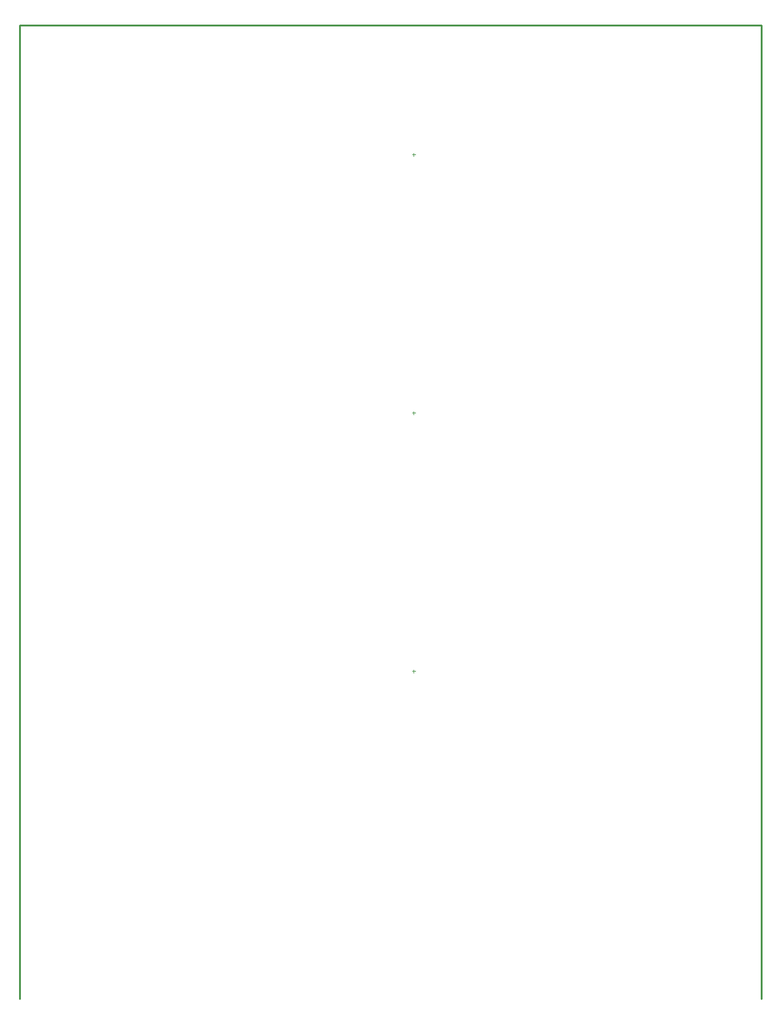
<source format=gm1>
G04*
G04 #@! TF.GenerationSoftware,Altium Limited,Altium Designer,19.1.7 (138)*
G04*
G04 Layer_Color=16711935*
%FSLAX25Y25*%
%MOIN*%
G70*
G01*
G75*
%ADD13C,0.01000*%
%ADD83C,0.00394*%
D13*
X382500Y100000D02*
Y627500D01*
X785000D01*
Y100000D02*
Y627500D01*
D83*
X595571Y277500D02*
X597146D01*
X596358Y276713D02*
Y278287D01*
X595571Y417500D02*
X597146D01*
X596358Y416713D02*
Y418287D01*
X595571Y557500D02*
X597146D01*
X596358Y556713D02*
Y558287D01*
M02*

</source>
